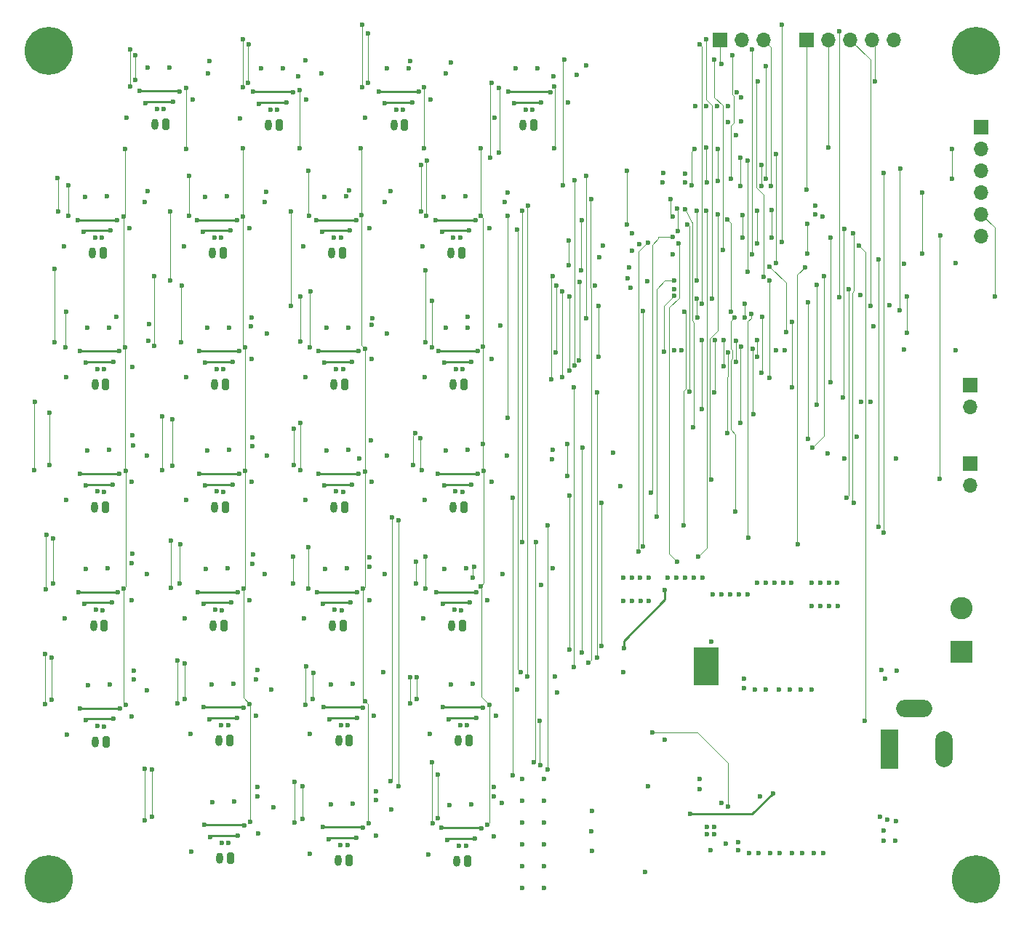
<source format=gbr>
%TF.GenerationSoftware,KiCad,Pcbnew,7.0.7*%
%TF.CreationDate,2024-01-27T11:11:08-08:00*%
%TF.ProjectId,KASM_PCB_REV1,4b41534d-5f50-4434-925f-524556312e6b,rev?*%
%TF.SameCoordinates,Original*%
%TF.FileFunction,Copper,L4,Bot*%
%TF.FilePolarity,Positive*%
%FSLAX46Y46*%
G04 Gerber Fmt 4.6, Leading zero omitted, Abs format (unit mm)*
G04 Created by KiCad (PCBNEW 7.0.7) date 2024-01-27 11:11:08*
%MOMM*%
%LPD*%
G01*
G04 APERTURE LIST*
G04 Aperture macros list*
%AMRoundRect*
0 Rectangle with rounded corners*
0 $1 Rounding radius*
0 $2 $3 $4 $5 $6 $7 $8 $9 X,Y pos of 4 corners*
0 Add a 4 corners polygon primitive as box body*
4,1,4,$2,$3,$4,$5,$6,$7,$8,$9,$2,$3,0*
0 Add four circle primitives for the rounded corners*
1,1,$1+$1,$2,$3*
1,1,$1+$1,$4,$5*
1,1,$1+$1,$6,$7*
1,1,$1+$1,$8,$9*
0 Add four rect primitives between the rounded corners*
20,1,$1+$1,$2,$3,$4,$5,0*
20,1,$1+$1,$4,$5,$6,$7,0*
20,1,$1+$1,$6,$7,$8,$9,0*
20,1,$1+$1,$8,$9,$2,$3,0*%
G04 Aperture macros list end*
%TA.AperFunction,ComponentPad*%
%ADD10RoundRect,0.200000X0.200000X0.450000X-0.200000X0.450000X-0.200000X-0.450000X0.200000X-0.450000X0*%
%TD*%
%TA.AperFunction,ComponentPad*%
%ADD11O,0.800000X1.300000*%
%TD*%
%TA.AperFunction,ComponentPad*%
%ADD12R,1.700000X1.700000*%
%TD*%
%TA.AperFunction,ComponentPad*%
%ADD13O,1.700000X1.700000*%
%TD*%
%TA.AperFunction,ComponentPad*%
%ADD14C,5.600000*%
%TD*%
%TA.AperFunction,ComponentPad*%
%ADD15C,0.600000*%
%TD*%
%TA.AperFunction,SMDPad,CuDef*%
%ADD16R,2.950000X4.500000*%
%TD*%
%TA.AperFunction,ComponentPad*%
%ADD17R,2.000000X4.600000*%
%TD*%
%TA.AperFunction,ComponentPad*%
%ADD18O,2.000000X4.200000*%
%TD*%
%TA.AperFunction,ComponentPad*%
%ADD19O,4.200000X2.000000*%
%TD*%
%TA.AperFunction,ComponentPad*%
%ADD20R,2.600000X2.600000*%
%TD*%
%TA.AperFunction,ComponentPad*%
%ADD21C,2.600000*%
%TD*%
%TA.AperFunction,ViaPad*%
%ADD22C,0.600000*%
%TD*%
%TA.AperFunction,Conductor*%
%ADD23C,0.100000*%
%TD*%
%TA.AperFunction,Conductor*%
%ADD24C,0.254000*%
%TD*%
G04 APERTURE END LIST*
D10*
%TO.P,J38,1,Pin_1*%
%TO.N,Net-(J38-Pin_1)*%
X116974726Y-88409616D03*
D11*
%TO.P,J38,2,Pin_2*%
%TO.N,Net-(J38-Pin_2)*%
X115724726Y-88409616D03*
%TD*%
D12*
%TO.P,J7,1,Pin_1*%
%TO.N,UART4_RX*%
X146735800Y-48260000D03*
D13*
%TO.P,J7,2,Pin_2*%
%TO.N,GND*%
X149275800Y-48260000D03*
%TO.P,J7,3,Pin_3*%
%TO.N,UART4_TX*%
X151815800Y-48260000D03*
%TD*%
D10*
%TO.P,J44,1,Pin_1*%
%TO.N,Net-(J44-Pin_1)*%
X89146852Y-102713200D03*
D11*
%TO.P,J44,2,Pin_2*%
%TO.N,Net-(J44-Pin_2)*%
X87896852Y-102713200D03*
%TD*%
D14*
%TO.P,H2,1,1*%
%TO.N,GND*%
X68580000Y-146050000D03*
%TD*%
D10*
%TO.P,J8,1,Pin_1*%
%TO.N,Net-(J8-Pin_1)*%
X75260474Y-130043600D03*
D11*
%TO.P,J8,2,Pin_2*%
%TO.N,Net-(J8-Pin_2)*%
X74010474Y-130043600D03*
%TD*%
D10*
%TO.P,J40,1,Pin_1*%
%TO.N,Net-(J40-Pin_1)*%
X89752063Y-143658000D03*
D11*
%TO.P,J40,2,Pin_2*%
%TO.N,Net-(J40-Pin_2)*%
X88502063Y-143658000D03*
%TD*%
D12*
%TO.P,J5,1,Pin_1*%
%TO.N,+3.3V*%
X177165000Y-58420000D03*
D13*
%TO.P,J5,2,Pin_2*%
%TO.N,DEBUG_JTCK-SWCLK*%
X177165000Y-60960000D03*
%TO.P,J5,3,Pin_3*%
%TO.N,GND*%
X177165000Y-63500000D03*
%TO.P,J5,4,Pin_4*%
%TO.N,DEBUG_JTMS-SWDIO*%
X177165000Y-66040000D03*
%TO.P,J5,5,Pin_5*%
%TO.N,/MCU/NRST*%
X177165000Y-68580000D03*
%TO.P,J5,6,Pin_6*%
%TO.N,DEBUG_JTDO-SWO*%
X177165000Y-71120000D03*
%TD*%
D15*
%TO.P,U1,9,GNDPAD*%
%TO.N,GND*%
X144526000Y-119456200D03*
X144526000Y-120656200D03*
X144526000Y-121956200D03*
X144526000Y-123056200D03*
D16*
X145126000Y-121256200D03*
D15*
X145726000Y-119456200D03*
X145726000Y-120656200D03*
X145726000Y-121956200D03*
X145726000Y-123056200D03*
%TD*%
D10*
%TO.P,J35,1,Pin_1*%
%TO.N,Net-(J35-Pin_1)*%
X110046663Y-58182600D03*
D11*
%TO.P,J35,2,Pin_2*%
%TO.N,Net-(J35-Pin_2)*%
X108796663Y-58182600D03*
%TD*%
D14*
%TO.P,H4,1,1*%
%TO.N,GND*%
X176530000Y-146050000D03*
%TD*%
D10*
%TO.P,J13,1,Pin_1*%
%TO.N,Net-(J13-Pin_1)*%
X82215863Y-58125574D03*
D11*
%TO.P,J13,2,Pin_2*%
%TO.N,Net-(J13-Pin_2)*%
X80965863Y-58125574D03*
%TD*%
D10*
%TO.P,J48,1,Pin_1*%
%TO.N,Net-(J48-Pin_1)*%
X102890863Y-116493589D03*
D11*
%TO.P,J48,2,Pin_2*%
%TO.N,Net-(J48-Pin_2)*%
X101640863Y-116493589D03*
%TD*%
D10*
%TO.P,J43,1,Pin_1*%
%TO.N,Net-(J43-Pin_1)*%
X103056852Y-102713200D03*
D11*
%TO.P,J43,2,Pin_2*%
%TO.N,Net-(J43-Pin_2)*%
X101806852Y-102713200D03*
%TD*%
D15*
%TO.P,U2,V*%
%TO.N,GND*%
X146053701Y-140792699D03*
X146053701Y-140005299D03*
X145266301Y-140792699D03*
X145266301Y-140005299D03*
%TD*%
D10*
%TO.P,J52,1,Pin_1*%
%TO.N,Net-(J52-Pin_1)*%
X89693910Y-129933600D03*
D11*
%TO.P,J52,2,Pin_2*%
%TO.N,Net-(J52-Pin_2)*%
X88443910Y-129933600D03*
%TD*%
D10*
%TO.P,J50,1,Pin_1*%
%TO.N,Net-(J50-Pin_1)*%
X95423488Y-58208000D03*
D11*
%TO.P,J50,2,Pin_2*%
%TO.N,Net-(J50-Pin_2)*%
X94173488Y-58208000D03*
%TD*%
D10*
%TO.P,J56,1,Pin_1*%
%TO.N,Net-(J56-Pin_1)*%
X88891497Y-73138994D03*
D11*
%TO.P,J56,2,Pin_2*%
%TO.N,Net-(J56-Pin_2)*%
X87641497Y-73138994D03*
%TD*%
D12*
%TO.P,J3,1,Pin_1*%
%TO.N,/MCU/CAP_SENSOR_OUT_1*%
X175900000Y-97678233D03*
D13*
%TO.P,J3,2,Pin_2*%
%TO.N,/MCU/CAP_SENSOR_RET_1*%
X175900000Y-100218233D03*
%TD*%
D10*
%TO.P,J37,1,Pin_1*%
%TO.N,Net-(J37-Pin_1)*%
X88980863Y-116493589D03*
D11*
%TO.P,J37,2,Pin_2*%
%TO.N,Net-(J37-Pin_2)*%
X87730863Y-116493589D03*
%TD*%
D10*
%TO.P,J54,1,Pin_1*%
%TO.N,Net-(J54-Pin_1)*%
X75244726Y-88409616D03*
D11*
%TO.P,J54,2,Pin_2*%
%TO.N,Net-(J54-Pin_2)*%
X73994726Y-88409616D03*
%TD*%
D10*
%TO.P,J41,1,Pin_1*%
%TO.N,Net-(J41-Pin_1)*%
X89154726Y-88409616D03*
D11*
%TO.P,J41,2,Pin_2*%
%TO.N,Net-(J41-Pin_2)*%
X87904726Y-88409616D03*
%TD*%
D10*
%TO.P,J58,1,Pin_1*%
%TO.N,Net-(J58-Pin_1)*%
X116800863Y-116493589D03*
D11*
%TO.P,J58,2,Pin_2*%
%TO.N,Net-(J58-Pin_2)*%
X115550863Y-116493589D03*
%TD*%
D10*
%TO.P,J46,1,Pin_1*%
%TO.N,Net-(J46-Pin_1)*%
X103603910Y-129933600D03*
D11*
%TO.P,J46,2,Pin_2*%
%TO.N,Net-(J46-Pin_2)*%
X102353910Y-129933600D03*
%TD*%
D12*
%TO.P,J6,1,Pin_1*%
%TO.N,SPI2_SCK*%
X156845000Y-48260000D03*
D13*
%TO.P,J6,2,Pin_2*%
%TO.N,SPI2_NSS*%
X159385000Y-48260000D03*
%TO.P,J6,3,Pin_3*%
%TO.N,SPI2_MISO*%
X161925000Y-48260000D03*
%TO.P,J6,4,Pin_4*%
%TO.N,SPI2_MOSI*%
X164465000Y-48260000D03*
%TO.P,J6,5,Pin_5*%
%TO.N,GND*%
X167005000Y-48260000D03*
%TD*%
D10*
%TO.P,J53,1,Pin_1*%
%TO.N,Net-(J53-Pin_1)*%
X116711497Y-73138994D03*
D11*
%TO.P,J53,2,Pin_2*%
%TO.N,Net-(J53-Pin_2)*%
X115461497Y-73138994D03*
%TD*%
D10*
%TO.P,J45,1,Pin_1*%
%TO.N,Net-(J45-Pin_1)*%
X103064726Y-88409616D03*
D11*
%TO.P,J45,2,Pin_2*%
%TO.N,Net-(J45-Pin_2)*%
X101814726Y-88409616D03*
%TD*%
D10*
%TO.P,J42,1,Pin_1*%
%TO.N,Net-(J42-Pin_1)*%
X75236852Y-102713200D03*
D11*
%TO.P,J42,2,Pin_2*%
%TO.N,Net-(J42-Pin_2)*%
X73986852Y-102713200D03*
%TD*%
D10*
%TO.P,J51,1,Pin_1*%
%TO.N,Net-(J51-Pin_1)*%
X117513910Y-129933600D03*
D11*
%TO.P,J51,2,Pin_2*%
%TO.N,Net-(J51-Pin_2)*%
X116263910Y-129933600D03*
%TD*%
D10*
%TO.P,J39,1,Pin_1*%
%TO.N,Net-(J39-Pin_1)*%
X75070863Y-116493589D03*
D11*
%TO.P,J39,2,Pin_2*%
%TO.N,Net-(J39-Pin_2)*%
X73820863Y-116493589D03*
%TD*%
D14*
%TO.P,H1,1,1*%
%TO.N,GND*%
X68580000Y-49530000D03*
%TD*%
D17*
%TO.P,J1,1*%
%TO.N,+12V*%
X166497000Y-130952000D03*
D18*
%TO.P,J1,2*%
%TO.N,GND*%
X172797000Y-130952000D03*
D19*
%TO.P,J1,3*%
%TO.N,unconnected-(J1-Pad3)*%
X169397000Y-126152000D03*
%TD*%
D12*
%TO.P,J4,1,Pin_1*%
%TO.N,/MCU/CAP_SENSOR_OUT_2*%
X175875000Y-88544400D03*
D13*
%TO.P,J4,2,Pin_2*%
%TO.N,/MCU/CAP_SENSOR_RET_2*%
X175875000Y-91084400D03*
%TD*%
D10*
%TO.P,J57,1,Pin_1*%
%TO.N,Net-(J57-Pin_1)*%
X102801497Y-73138994D03*
D11*
%TO.P,J57,2,Pin_2*%
%TO.N,Net-(J57-Pin_2)*%
X101551497Y-73138994D03*
%TD*%
D10*
%TO.P,J36,1,Pin_1*%
%TO.N,Net-(J36-Pin_1)*%
X103576888Y-143912000D03*
D11*
%TO.P,J36,2,Pin_2*%
%TO.N,Net-(J36-Pin_2)*%
X102326888Y-143912000D03*
%TD*%
D10*
%TO.P,J59,1,Pin_1*%
%TO.N,Net-(J59-Pin_1)*%
X125104926Y-58182600D03*
D11*
%TO.P,J59,2,Pin_2*%
%TO.N,Net-(J59-Pin_2)*%
X123854926Y-58182600D03*
%TD*%
D14*
%TO.P,H3,1,1*%
%TO.N,GND*%
X176530000Y-49530000D03*
%TD*%
D10*
%TO.P,J55,1,Pin_1*%
%TO.N,Net-(J55-Pin_1)*%
X74981497Y-73138994D03*
D11*
%TO.P,J55,2,Pin_2*%
%TO.N,Net-(J55-Pin_2)*%
X73731497Y-73138994D03*
%TD*%
D10*
%TO.P,J49,1,Pin_1*%
%TO.N,Net-(J49-Pin_1)*%
X116966852Y-102713200D03*
D11*
%TO.P,J49,2,Pin_2*%
%TO.N,Net-(J49-Pin_2)*%
X115716852Y-102713200D03*
%TD*%
D20*
%TO.P,J2,1,Pin_1*%
%TO.N,+12V*%
X174853800Y-119562800D03*
D21*
%TO.P,J2,2,Pin_2*%
%TO.N,GND*%
X174853800Y-114482800D03*
%TD*%
D10*
%TO.P,J47,1,Pin_1*%
%TO.N,Net-(J47-Pin_1)*%
X117361863Y-143989555D03*
D11*
%TO.P,J47,2,Pin_2*%
%TO.N,Net-(J47-Pin_2)*%
X116111863Y-143989555D03*
%TD*%
D22*
%TO.N,GND*%
X161239200Y-97078800D03*
X167335200Y-121742200D03*
%TO.N,Net-(U2-VSENSE)*%
X138887200Y-128981200D03*
%TO.N,GND*%
X165836600Y-141605000D03*
X167182800Y-141605000D03*
X166243000Y-139166600D03*
X165836600Y-140385800D03*
X167259000Y-139319000D03*
X165354000Y-138811000D03*
X92913200Y-136448800D03*
X84578789Y-101900400D03*
X99035847Y-129120800D03*
X167213600Y-97023233D03*
X120401938Y-141068555D03*
X127787400Y-124282200D03*
X91953938Y-113572589D03*
X157657800Y-143075400D03*
X80162400Y-65913000D03*
X70676663Y-87596816D03*
X87153337Y-52181974D03*
X105923938Y-70217994D03*
X114696600Y-109914989D03*
X115468400Y-50927000D03*
X158775400Y-143075400D03*
X92760800Y-122834400D03*
X149555200Y-123850400D03*
X102615226Y-71361038D03*
X138474800Y-110972600D03*
X153695400Y-143075400D03*
X150139400Y-143024600D03*
X137503000Y-113665000D03*
X73132589Y-96134600D03*
X138074400Y-145209000D03*
X74795226Y-71361038D03*
X70668789Y-101900400D03*
X92207938Y-99792200D03*
X159454600Y-114249200D03*
X135509000Y-121945400D03*
X72877234Y-66560394D03*
X78384400Y-94386400D03*
X131826000Y-138147800D03*
X143891000Y-56032400D03*
X142697200Y-64922400D03*
X115409647Y-123355000D03*
X88705226Y-71361038D03*
X108407200Y-65913000D03*
X164592000Y-81686400D03*
X89565792Y-141880044D03*
X121961412Y-96744200D03*
X131800600Y-140484600D03*
X84586663Y-87596816D03*
X144370800Y-134366000D03*
X101472625Y-137333400D03*
X112232800Y-115680789D03*
X98322800Y-115680789D03*
X114862589Y-96134600D03*
X135503000Y-113665000D03*
X145745200Y-118389400D03*
X141401800Y-84455000D03*
X92715938Y-127012600D03*
X127228600Y-97155000D03*
X148869400Y-141805400D03*
X147726400Y-56007000D03*
X125958600Y-111752600D03*
X103390617Y-142134044D03*
X124918655Y-56404644D03*
X80035401Y-110511000D03*
X102870581Y-100935244D03*
X107543600Y-121940200D03*
X106195018Y-81518932D03*
X158454600Y-114249200D03*
X152095200Y-123977400D03*
X77647800Y-57312774D03*
X114870463Y-81831016D03*
X70692411Y-129230800D03*
X121158000Y-81534000D03*
X120147938Y-85488616D03*
X149199600Y-54965600D03*
X136169400Y-74752200D03*
X89507639Y-128155644D03*
X156159200Y-123977400D03*
X93319225Y-51629400D03*
X159263400Y-96464433D03*
X138503000Y-113665000D03*
X84412800Y-115680789D03*
X100786600Y-109914989D03*
X109860392Y-56404644D03*
X165557200Y-121691400D03*
X138303000Y-76377800D03*
X147447000Y-141957800D03*
X94782567Y-137666645D03*
X106685938Y-140991000D03*
X137474800Y-110972600D03*
X73140463Y-81831016D03*
X116614592Y-114715633D03*
X107754967Y-67178600D03*
X98557938Y-55270400D03*
X153619200Y-123977400D03*
X93929200Y-65989200D03*
X87299800Y-50749200D03*
X116788455Y-86631660D03*
X87050463Y-81831016D03*
X100697234Y-66560394D03*
X117327639Y-128155644D03*
X78282800Y-109270800D03*
X107956812Y-96744200D03*
X131191000Y-51257200D03*
X99008825Y-143099200D03*
X94003012Y-96744200D03*
X157454600Y-114249200D03*
X93750367Y-67178600D03*
X97612200Y-52552600D03*
X121683367Y-67178600D03*
X164292600Y-90470033D03*
X85125847Y-129120800D03*
X121374738Y-137160000D03*
X98233434Y-72326194D03*
X80023812Y-96744200D03*
X88960581Y-100935244D03*
X146405600Y-56032400D03*
X70413434Y-72326194D03*
X174218600Y-74320400D03*
X120655938Y-127000000D03*
X78237938Y-99792200D03*
X132740400Y-73583800D03*
X100952589Y-96134600D03*
X88794592Y-114715633D03*
X101499647Y-123355000D03*
X136474800Y-110972600D03*
X105963112Y-109651800D03*
X121441601Y-110511000D03*
X84323434Y-72326194D03*
X85349937Y-55204574D03*
X117175592Y-142211599D03*
X135991600Y-76047600D03*
X120437500Y-136398000D03*
X145669000Y-142694400D03*
X112945847Y-129120800D03*
X92125800Y-81610200D03*
X152577800Y-143075400D03*
X114607234Y-66560394D03*
X106177938Y-85488616D03*
X105478600Y-57369800D03*
X157426400Y-111556800D03*
X131826000Y-142821400D03*
X120536863Y-57369800D03*
X80324100Y-81432400D03*
X112143434Y-72326194D03*
X102878455Y-86631660D03*
X79796567Y-67153200D03*
X100960463Y-81831016D03*
X107942400Y-51604000D03*
X92329000Y-109296200D03*
X80191738Y-83340784D03*
X135474800Y-110972600D03*
X104749600Y-97053400D03*
X98488789Y-101900400D03*
X159426400Y-111556800D03*
X70502800Y-115680789D03*
X149555200Y-122707400D03*
X154889200Y-123977400D03*
X100350176Y-52222400D03*
X112406663Y-87596816D03*
X94522754Y-123973000D03*
X78388338Y-86385400D03*
X92278200Y-95656400D03*
X86787234Y-66560394D03*
X108505792Y-137945582D03*
X136503000Y-113665000D03*
X92207938Y-85488616D03*
X148869400Y-142669000D03*
X80111600Y-51546974D03*
X116525226Y-71361038D03*
X75050581Y-100935244D03*
X123000663Y-51604000D03*
X166446200Y-79222600D03*
X157810200Y-68580000D03*
X102704592Y-114715633D03*
X140335000Y-129842000D03*
X115257600Y-137410955D03*
X119639938Y-113572589D03*
X158673800Y-68834000D03*
X80076390Y-124074600D03*
X78486000Y-122834400D03*
X157429200Y-123977400D03*
X136347200Y-77165200D03*
X158426400Y-111556800D03*
X135153400Y-100253800D03*
X95237217Y-56430044D03*
X150825200Y-123977400D03*
X142722600Y-63830200D03*
X130096200Y-52324000D03*
X98496663Y-87596816D03*
X153314400Y-84455000D03*
X85184000Y-142845200D03*
X90855425Y-57395200D03*
X91953938Y-70217994D03*
X88968455Y-86631660D03*
X87042589Y-96134600D03*
X145161000Y-56032400D03*
X112793800Y-143176755D03*
X87589647Y-123355000D03*
X92969938Y-140716000D03*
X165938200Y-122732800D03*
X75058455Y-86631660D03*
X93995138Y-82469400D03*
X133121400Y-72212200D03*
X93762601Y-110511000D03*
X160454600Y-114249200D03*
X119893938Y-70217994D03*
X117373400Y-80534100D03*
X86876600Y-109914989D03*
X107999738Y-82469400D03*
X114835400Y-52213600D03*
X87647800Y-137079400D03*
X146910800Y-137160000D03*
X105923938Y-113572589D03*
X168198800Y-74345800D03*
X155168600Y-143075400D03*
X137342944Y-72063100D03*
X107741801Y-110511000D03*
X77983938Y-70217994D03*
X122072400Y-66040000D03*
X78235938Y-113572589D03*
X151384000Y-136471400D03*
X156286200Y-143075400D03*
X141427200Y-77292200D03*
X120147938Y-99792200D03*
X138404600Y-135277600D03*
X75074203Y-128265644D03*
X73156211Y-123465000D03*
X106431938Y-127000000D03*
X72966600Y-109914989D03*
X160426400Y-111556800D03*
X78237938Y-127122600D03*
X74884592Y-114715633D03*
X112398789Y-101900400D03*
X82029592Y-56347618D03*
X116780581Y-100935244D03*
X151257000Y-143024600D03*
X106680000Y-136880600D03*
X123155300Y-124002800D03*
X144414204Y-135582072D03*
X113035937Y-55261600D03*
X103417639Y-128155644D03*
X148742400Y-54406800D03*
X106177938Y-99792200D03*
X129057400Y-55575200D03*
%TO.N,REF*%
X104902000Y-60892600D03*
X77513791Y-84094127D03*
X118865416Y-111982629D03*
X128955800Y-95377000D03*
X105826985Y-139570996D03*
X84582000Y-60960000D03*
X77548110Y-98461843D03*
X105413612Y-98550434D03*
X105455760Y-125322679D03*
X97800980Y-54098142D03*
X92012088Y-125693553D03*
X112268000Y-60892600D03*
X77552552Y-125760828D03*
X77339951Y-112177572D03*
X119278539Y-98461951D03*
X119183548Y-84020513D03*
X91186000Y-60892600D03*
X119888000Y-125730000D03*
X97790000Y-60892600D03*
X77470000Y-60960000D03*
X119644551Y-139692769D03*
X92048322Y-139381682D03*
X127477152Y-53714494D03*
X91273075Y-112211024D03*
X118872000Y-60892600D03*
X91488663Y-98518701D03*
X84582000Y-53848000D03*
X105201695Y-112240895D03*
X91440000Y-84074000D03*
X105433850Y-84278196D03*
X105000259Y-68739265D03*
X118941928Y-68774109D03*
X91186000Y-68834000D03*
X112288440Y-53831263D03*
X127440600Y-60892600D03*
X77293447Y-68888776D03*
X119183548Y-95357300D03*
X128955800Y-99060000D03*
%TO.N,+1V8*%
X126238000Y-139446000D03*
X123698000Y-134366000D03*
X106146600Y-94945200D03*
X87906063Y-71337749D03*
X78409800Y-95529400D03*
X115726063Y-71337749D03*
X78511400Y-121793000D03*
X103492589Y-96083800D03*
X125540663Y-51553200D03*
X123698000Y-147066000D03*
X101905429Y-114692344D03*
X123698000Y-141986000D03*
X115981418Y-100911955D03*
X116376429Y-142188310D03*
X120437500Y-135356600D03*
X90187800Y-137028600D03*
X88766629Y-141856755D03*
X82651600Y-51496174D03*
X117410463Y-81780216D03*
X94438054Y-56406755D03*
X123698000Y-144526000D03*
X102591454Y-142110755D03*
X127508000Y-122478800D03*
X92887800Y-121666000D03*
X90129647Y-123304200D03*
X95859225Y-51578600D03*
X76504800Y-80534100D03*
X88169292Y-86608371D03*
X127254000Y-96062800D03*
X103555800Y-65786000D03*
X74259292Y-86608371D03*
X102079292Y-86608371D03*
X106680000Y-135839200D03*
X117797600Y-137360155D03*
X75672589Y-96083800D03*
X75680463Y-81780216D03*
X74275040Y-128242355D03*
X92938600Y-135331200D03*
X110693200Y-50774600D03*
X74085429Y-114692344D03*
X123698000Y-136906000D03*
X88161418Y-100911955D03*
X126238000Y-134366000D03*
X89590463Y-81780216D03*
X92202000Y-80594200D03*
X102071418Y-100911955D03*
X117236600Y-109864189D03*
X106248200Y-80721200D03*
X117147234Y-66509594D03*
X81230429Y-56324329D03*
X89582589Y-96083800D03*
X101816063Y-71337749D03*
X126238000Y-136906000D03*
X98501200Y-50673000D03*
X116528476Y-128132355D03*
X75417234Y-66509594D03*
X74251418Y-100911955D03*
X75506600Y-109864189D03*
X126238000Y-147066000D03*
X126238000Y-144526000D03*
X104012625Y-137282600D03*
X126238000Y-141986000D03*
X89327234Y-66509594D03*
X124119492Y-56381355D03*
X88708476Y-128132355D03*
X78333600Y-108153200D03*
X75696211Y-123414200D03*
X109061229Y-56381355D03*
X92278200Y-94615000D03*
X115815429Y-114692344D03*
X104039647Y-123304200D03*
X87995429Y-114692344D03*
X117949647Y-123304200D03*
X103500463Y-81780216D03*
X92430600Y-108229400D03*
X115989292Y-86608371D03*
X105963112Y-108559600D03*
X117402589Y-96083800D03*
X110482400Y-51553200D03*
X127279400Y-109822200D03*
X89416600Y-109864189D03*
X102618476Y-128132355D03*
X123698000Y-139446000D03*
X73996063Y-71337749D03*
X127406400Y-52501800D03*
X103237234Y-66509594D03*
X103326600Y-109864189D03*
%TO.N,+3.3V*%
X142265400Y-84455000D03*
X148936200Y-112877600D03*
X149936200Y-112877600D03*
X143690600Y-110972600D03*
X145936200Y-112877600D03*
X154092400Y-111556800D03*
X162692400Y-94559433D03*
X157835600Y-67614800D03*
X151092400Y-111556800D03*
X140106400Y-64922400D03*
X146936200Y-112877600D03*
X140335000Y-112344200D03*
X136499600Y-70789800D03*
X141690600Y-110972600D03*
X140690600Y-110972600D03*
X134355600Y-96397000D03*
X153092400Y-111556800D03*
X132232400Y-76936600D03*
X155092400Y-111556800D03*
X174193200Y-84404200D03*
X163068000Y-78003400D03*
X148615400Y-59385200D03*
X140157200Y-63804800D03*
X149174200Y-57759600D03*
X163149600Y-90444633D03*
X135559800Y-119151400D03*
X154279600Y-84455000D03*
X136525000Y-72872600D03*
X152092400Y-111556800D03*
X142690600Y-110972600D03*
X147701000Y-57886600D03*
X147936200Y-112877600D03*
X168198800Y-84378800D03*
X141274800Y-73304400D03*
X144690600Y-110972600D03*
%TO.N,/MCU/NRST*%
X168529000Y-78181200D03*
X168478200Y-82372200D03*
X178739800Y-78206600D03*
X154457400Y-82296000D03*
X152476200Y-74736100D03*
%TO.N,DEBUG_JTCK-SWCLK*%
X173736000Y-64439800D03*
X173736000Y-61010800D03*
%TO.N,DEBUG_JTMS-SWDIO*%
X156895800Y-69732300D03*
X170332400Y-73152000D03*
X170332400Y-66065400D03*
X156895800Y-73152000D03*
%TO.N,DEBUG_JTDO-SWO*%
X172339000Y-99466400D03*
X146516500Y-68605400D03*
X145752500Y-99491800D03*
X172389800Y-71094600D03*
%TO.N,SPI2_SCK*%
X156870400Y-65760600D03*
X149421400Y-68681600D03*
X152739500Y-68097400D03*
X152739500Y-71297800D03*
X149421400Y-71323200D03*
%TO.N,SPI2_NSS*%
X146481800Y-60960000D03*
X159410400Y-60807600D03*
X146516500Y-64719200D03*
%TO.N,SPI2_MISO*%
X164249100Y-79273400D03*
%TO.N,SPI2_MOSI*%
X151861774Y-75858116D03*
X164798600Y-53111400D03*
X151155400Y-53136800D03*
%TO.N,UART4_RX*%
X146888200Y-51079400D03*
X152121825Y-64467133D03*
X152120600Y-51358800D03*
%TO.N,UART4_TX*%
X152674300Y-65278000D03*
%TO.N,Net-(J35-Pin_1)*%
X107028000Y-54296400D03*
X111669864Y-54337788D03*
%TO.N,Net-(J13-Pin_1)*%
X79197200Y-54239374D03*
X83839064Y-54280762D03*
%TO.N,Net-(U2-EN)*%
X143289900Y-138503400D03*
X152908000Y-136090400D03*
%TO.N,Net-(U2-VSENSE)*%
X147701000Y-137614400D03*
%TO.N,ADC1_INP4*%
X144653000Y-91313000D03*
X144627600Y-83286600D03*
%TO.N,ADC1_INP5*%
X146126200Y-83286600D03*
X146100800Y-89331800D03*
%TO.N,Net-(U5-SENSEA)*%
X83083400Y-55483974D03*
X79883000Y-55636374D03*
%TO.N,Net-(U12-SENSEA)*%
X107713800Y-55693400D03*
X110914200Y-55541000D03*
%TO.N,/MCU/BOOT0*%
X167716200Y-63271400D03*
X167640000Y-79756000D03*
%TO.N,I2C4_SDA*%
X143441338Y-65214740D03*
X143794544Y-60980256D03*
%TO.N,I2C4_SCL*%
X145161000Y-60858400D03*
X145237200Y-64922400D03*
%TO.N,TIM1_CH3_PHASE*%
X83896200Y-107061000D03*
X123748800Y-106758116D03*
X123748800Y-68217100D03*
X83870800Y-111607600D03*
%TO.N,TIM1_CH4_PHASE*%
X83007200Y-97866200D03*
X122021600Y-92347100D03*
X122021600Y-68808600D03*
X83007200Y-92481400D03*
%TO.N,TIM2_CH1_PHASE*%
X112471200Y-75133200D03*
X130632200Y-69316600D03*
X112475227Y-83544627D03*
X130606800Y-75107800D03*
%TO.N,TIM15_CH1*%
X98856800Y-63500000D03*
X98882200Y-68823505D03*
X135915400Y-69773800D03*
X135915400Y-63500000D03*
%TO.N,TIM15_CH2*%
X110718600Y-125628400D03*
X110655697Y-122580400D03*
X123164600Y-70358000D03*
X123520200Y-121940700D03*
%TO.N,TIM4_CH4_PHASE*%
X113868200Y-138998100D03*
X113919000Y-133883400D03*
X138734800Y-101041200D03*
X141224000Y-71272400D03*
X122605800Y-133934200D03*
X122605800Y-101650800D03*
%TO.N,TIM5_CH2_PHASE*%
X69316600Y-74930000D03*
X129184400Y-74574400D03*
X69316600Y-83540600D03*
X129159000Y-71628000D03*
%TO.N,TIM5_CH3_PHASE*%
X97053400Y-111633000D03*
X137261600Y-107899200D03*
X97028000Y-108483400D03*
X138353800Y-71899300D03*
%TO.N,TIM2_CH1*%
X113207800Y-84094127D03*
X113207800Y-78723900D03*
%TO.N,TIM5_CH2*%
X70612000Y-79984600D03*
X70535800Y-84124800D03*
%TO.N,TIM5_CH3*%
X137811100Y-79844500D03*
X98806000Y-112178100D03*
X98831400Y-107393200D03*
X137811100Y-107307616D03*
%TO.N,TIM13_CH1*%
X131191000Y-64109600D03*
X131216400Y-80721200D03*
X84988400Y-68823505D03*
X84963000Y-64109600D03*
%TO.N,TIM14_CH1*%
X91236800Y-48183800D03*
X91230579Y-53802880D03*
X145161000Y-48209200D03*
X145796000Y-78409800D03*
X144061500Y-78409800D03*
X144094200Y-80670400D03*
%TO.N,TIM8_CH4_PHASE*%
X69672200Y-68275200D03*
X129794000Y-64659100D03*
X129813720Y-86213821D03*
X69646800Y-64389000D03*
X147142200Y-83261200D03*
X147142200Y-86316500D03*
%TO.N,TIM12_CH2_PHASE*%
X111277400Y-94132400D03*
X111005411Y-97848211D03*
X147599400Y-94132400D03*
X147691700Y-84658200D03*
%TO.N,TIM1_CH1*%
X148444873Y-80658091D03*
X148539200Y-103251000D03*
X108585000Y-103886000D03*
X108381800Y-134645400D03*
X97256600Y-139496800D03*
X97205800Y-134721600D03*
%TO.N,TIM13_CH1_PHASE*%
X82778600Y-76352400D03*
X130352800Y-85623400D03*
X130378200Y-76454000D03*
X148615400Y-83312000D03*
X82727800Y-68275200D03*
X148615400Y-85766500D03*
%TO.N,TIM1_CH2*%
X149174200Y-84048600D03*
X97942400Y-92932900D03*
X97891600Y-98397711D03*
X149123400Y-92938600D03*
%TO.N,TIM14_CH1_PHASE*%
X149631400Y-79019400D03*
X149631400Y-80670400D03*
X91821000Y-53263800D03*
X144399000Y-48810500D03*
X91871800Y-48793400D03*
X144627600Y-78994000D03*
%TO.N,TIM1_CH3*%
X150368000Y-80238600D03*
X82854800Y-112141000D03*
X150063200Y-106248200D03*
X82854800Y-106654600D03*
%TO.N,TIM1_CH4*%
X81838800Y-92176600D03*
X81838800Y-98374200D03*
X150555100Y-84251800D03*
X150622000Y-91922600D03*
%TO.N,TIM15_CH1_PHASE*%
X132613400Y-79273400D03*
X151104600Y-83286600D03*
X132613400Y-85217000D03*
X96799400Y-79273400D03*
X96799400Y-68275200D03*
X151104600Y-85217000D03*
%TO.N,TIM4_CH1_PHASE*%
X97866200Y-83388200D03*
X97866200Y-78206600D03*
X151561800Y-87096600D03*
X129235200Y-78155800D03*
X129260600Y-86791800D03*
X151663400Y-80543400D03*
%TO.N,TIM4_CH2_PHASE*%
X99415600Y-122047000D03*
X155143200Y-81127600D03*
X129768600Y-88729500D03*
X155168600Y-88782300D03*
X129768600Y-121386600D03*
X99339400Y-125120400D03*
%TO.N,TIM12_CH2*%
X156997400Y-94767400D03*
X111887000Y-94681900D03*
X156997400Y-78841600D03*
X112039400Y-98397711D03*
%TO.N,HRTIM_CHC1_PHASE*%
X160680400Y-47269400D03*
X105765600Y-53314600D03*
X160629600Y-78282800D03*
X105765600Y-47498000D03*
%TO.N,HRTIM_CHC2_PHASE*%
X140258800Y-84607400D03*
X141427200Y-78130400D03*
X127685800Y-76901900D03*
X127660400Y-84709000D03*
X84099400Y-76901900D03*
X84048600Y-83540600D03*
%TO.N,HRTIM_CHD1_PHASE*%
X68961000Y-120218200D03*
X68961000Y-125145800D03*
X161772600Y-77317600D03*
X161493200Y-101625400D03*
X129219100Y-101346000D03*
X129216802Y-119353722D03*
%TO.N,HRTIM_CHD2_PHASE*%
X157988000Y-90763500D03*
X157988000Y-76835000D03*
X68656200Y-91744800D03*
X68656200Y-97840800D03*
%TO.N,TIM4_CH1*%
X128422400Y-77597000D03*
X152501600Y-87630000D03*
X128422400Y-87553800D03*
X99085400Y-77597000D03*
X152527000Y-76301600D03*
X99009200Y-84094127D03*
%TO.N,LPTIM1_OUT*%
X130733800Y-95783400D03*
X158877000Y-75819000D03*
X83616800Y-125552200D03*
X157535900Y-95758000D03*
X83616800Y-120599200D03*
X130708400Y-119694100D03*
%TO.N,TIM4_CH3*%
X112573749Y-68823505D03*
X149987000Y-75285600D03*
X149970900Y-62340900D03*
X112648768Y-62340900D03*
%TO.N,TIM4_CH4*%
X155803600Y-107010200D03*
X156641800Y-74795000D03*
X125091153Y-132473533D03*
X113284000Y-139547600D03*
X113207800Y-132475100D03*
X125298200Y-106757616D03*
%TO.N,HRTIM_CHA1*%
X153314400Y-74295000D03*
X153289000Y-61544200D03*
X121056400Y-61442600D03*
X121031000Y-53867111D03*
%TO.N,HRTIM_CHA2*%
X68275200Y-112318800D03*
X68351400Y-105968800D03*
X165227000Y-73863200D03*
X165236300Y-105058918D03*
%TO.N,HRTIM_CHB1*%
X150520400Y-73279000D03*
X78105000Y-49352200D03*
X150520400Y-49352200D03*
X78105000Y-53670200D03*
%TO.N,TIM8_CH4*%
X128473200Y-65208600D03*
X146100800Y-50587500D03*
X128600200Y-50587500D03*
X147066000Y-72796400D03*
X70866000Y-68823505D03*
X70916800Y-65208600D03*
%TO.N,HRTIM_CHB2*%
X125831600Y-132775100D03*
X79781400Y-133197600D03*
X162915600Y-72263000D03*
X79806800Y-139192000D03*
X125780800Y-127584200D03*
X163626800Y-127609600D03*
%TO.N,HRTIM_CHC1*%
X153949400Y-46507400D03*
X153949400Y-71805800D03*
X105079800Y-46482000D03*
X105079800Y-53822600D03*
%TO.N,HRTIM_CHC2*%
X159639000Y-71297800D03*
X159639000Y-88188800D03*
X127254000Y-75768200D03*
X127127000Y-87858600D03*
X80899000Y-75844400D03*
X80873600Y-83972400D03*
%TO.N,HRTIM_CHD1*%
X162331400Y-102184200D03*
X132985100Y-102235000D03*
X68173600Y-125653800D03*
X162255200Y-70815200D03*
X68224400Y-119811800D03*
X132985100Y-118897400D03*
%TO.N,HRTIM_CHD2*%
X161229900Y-70281800D03*
X66979800Y-90474800D03*
X161076419Y-89926381D03*
X66954400Y-98425000D03*
%TO.N,TIM4_CH3_PHASE*%
X151575300Y-65278000D03*
X111963200Y-62890400D03*
X111937800Y-68275200D03*
X151572325Y-62890400D03*
%TO.N,TIM15_CH2_PHASE*%
X141759725Y-67916367D03*
X124409200Y-67564000D03*
X141808200Y-70586600D03*
X111455200Y-125069600D03*
X111455200Y-122580400D03*
X124282200Y-122428000D03*
%TO.N,TIM16_CH1_PHASE*%
X111379000Y-111582200D03*
X111404400Y-109042200D03*
X151069900Y-72034400D03*
X141935200Y-71983600D03*
X151069900Y-68148200D03*
X141757400Y-109042200D03*
%TO.N,LPTIM1_OUT_PHASE*%
X132486400Y-89331800D03*
X84455000Y-125069600D03*
X84455000Y-120954800D03*
X143179800Y-89306400D03*
X132435600Y-120243600D03*
X142962000Y-69773800D03*
%TO.N,HRTIM_CHA1_PHASE*%
X149123400Y-62001400D03*
X119986863Y-61998663D03*
X120142000Y-53289200D03*
X149148800Y-65303400D03*
%TO.N,HRTIM_CHA2_PHASE*%
X165811200Y-63804800D03*
X69088000Y-111633000D03*
X69113400Y-106349800D03*
X165785800Y-105664000D03*
%TO.N,HRTIM_CHB1_PHASE*%
X148183600Y-50038000D03*
X148056600Y-64465200D03*
X78663800Y-50063400D03*
X78663800Y-52908200D03*
%TO.N,HRTIM_CHB2_PHASE*%
X147624800Y-69224300D03*
X80619600Y-133324600D03*
X142630300Y-79933800D03*
X142544800Y-104848700D03*
X80619600Y-138760200D03*
X126669800Y-133324600D03*
X126695200Y-104848700D03*
X148056600Y-79959200D03*
%TO.N,TIM4_CH2*%
X98501200Y-125730000D03*
X131749800Y-66852800D03*
X131445000Y-120827800D03*
X141249300Y-68859400D03*
X140975300Y-66852800D03*
X98552000Y-121234200D03*
%TO.N,TIM16_CH1*%
X145186400Y-68224400D03*
X112445800Y-112178100D03*
X112445800Y-108492700D03*
X144221200Y-108483400D03*
%TO.N,TIM1_CH1_PHASE*%
X109347000Y-104241600D03*
X98120200Y-139039600D03*
X98120200Y-135204200D03*
X144061000Y-76344500D03*
X109347000Y-135204200D03*
X139369800Y-103860600D03*
X144061500Y-68199000D03*
X141436500Y-76352400D03*
%TO.N,TIM1_CH2_PHASE*%
X97104200Y-97840800D03*
X142697200Y-68046600D03*
X97104200Y-93599000D03*
X143662400Y-93446600D03*
%TO.N,Net-(J8-Pin_1)*%
X76883675Y-126198788D03*
X72241811Y-126157400D03*
%TO.N,Net-(J36-Pin_1)*%
X105200089Y-140067188D03*
X100558225Y-140025800D03*
%TO.N,Net-(U7-SENSEA)*%
X76128011Y-127402000D03*
X72927611Y-127554400D03*
%TO.N,Net-(U34-SENSEA)*%
X101244025Y-141422800D03*
X104444425Y-141270400D03*
%TO.N,Net-(J37-Pin_1)*%
X85962200Y-112607389D03*
X90604064Y-112648777D03*
%TO.N,Net-(J38-Pin_1)*%
X118597927Y-84564804D03*
X113956063Y-84523416D03*
%TO.N,Net-(J39-Pin_1)*%
X76694064Y-112648777D03*
X72052200Y-112607389D03*
%TO.N,Net-(J40-Pin_1)*%
X91375264Y-139813188D03*
X86733400Y-139771800D03*
%TO.N,Net-(J41-Pin_1)*%
X90777927Y-84564804D03*
X86136063Y-84523416D03*
%TO.N,Net-(J42-Pin_1)*%
X72218189Y-98827000D03*
X76860053Y-98868388D03*
%TO.N,Net-(J43-Pin_1)*%
X104680053Y-98868388D03*
X100038189Y-98827000D03*
%TO.N,Net-(J44-Pin_1)*%
X86128189Y-98827000D03*
X90770053Y-98868388D03*
%TO.N,Net-(J45-Pin_1)*%
X100046063Y-84523416D03*
X104687927Y-84564804D03*
%TO.N,Net-(J46-Pin_1)*%
X100585247Y-126047400D03*
X105227111Y-126088788D03*
%TO.N,Net-(J47-Pin_1)*%
X118985064Y-140144743D03*
X114343200Y-140103355D03*
%TO.N,Net-(J48-Pin_1)*%
X99872200Y-112607389D03*
X104514064Y-112648777D03*
%TO.N,Net-(J49-Pin_1)*%
X118590053Y-98868388D03*
X113948189Y-98827000D03*
%TO.N,Net-(J50-Pin_1)*%
X97046689Y-54363188D03*
X92404825Y-54321800D03*
%TO.N,Net-(J51-Pin_1)*%
X114495247Y-126047400D03*
X119137111Y-126088788D03*
%TO.N,Net-(J52-Pin_1)*%
X91317111Y-126088788D03*
X86675247Y-126047400D03*
%TO.N,Net-(J53-Pin_1)*%
X113692834Y-69252794D03*
X118334698Y-69294182D03*
%TO.N,Net-(J54-Pin_1)*%
X72226063Y-84523416D03*
X76867927Y-84564804D03*
%TO.N,Net-(J55-Pin_1)*%
X71962834Y-69252794D03*
X76604698Y-69294182D03*
%TO.N,Net-(J56-Pin_1)*%
X85872834Y-69252794D03*
X90514698Y-69294182D03*
%TO.N,Net-(J57-Pin_1)*%
X99782834Y-69252794D03*
X104424698Y-69294182D03*
%TO.N,Net-(J58-Pin_1)*%
X118424064Y-112648777D03*
X113782200Y-112607389D03*
%TO.N,Net-(U35-SENSEA)*%
X86648000Y-114004389D03*
X89848400Y-113851989D03*
%TO.N,Net-(U36-SENSEA)*%
X117842263Y-85768016D03*
X114641863Y-85920416D03*
%TO.N,Net-(U37-SENSEA)*%
X72738000Y-114004389D03*
X75938400Y-113851989D03*
%TO.N,Net-(U38-SENSEA)*%
X90619600Y-141016400D03*
X87419200Y-141168800D03*
%TO.N,Net-(U39-SENSEA)*%
X90022263Y-85768016D03*
X86821863Y-85920416D03*
%TO.N,Net-(U40-SENSEA)*%
X72903989Y-100224000D03*
X76104389Y-100071600D03*
%TO.N,Net-(U41-SENSEA)*%
X103924389Y-100071600D03*
X100723989Y-100224000D03*
%TO.N,Net-(U42-SENSEA)*%
X86813989Y-100224000D03*
X90014389Y-100071600D03*
%TO.N,Net-(U43-SENSEA)*%
X100731863Y-85920416D03*
X103932263Y-85768016D03*
%TO.N,Net-(U44-SENSEA)*%
X104471447Y-127292000D03*
X101271047Y-127444400D03*
%TO.N,Net-(U45-SENSEA)*%
X118229400Y-141347955D03*
X115029000Y-141500355D03*
%TO.N,Net-(U46-SENSEA)*%
X100558000Y-114004389D03*
X103758400Y-113851989D03*
%TO.N,Net-(U47-SENSEA)*%
X117834389Y-100071600D03*
X114633989Y-100224000D03*
%TO.N,Net-(U48-SENSEA)*%
X93090625Y-55718800D03*
X96291025Y-55566400D03*
%TO.N,Net-(U49-SENSEA)*%
X115181047Y-127444400D03*
X118381447Y-127292000D03*
%TO.N,Net-(U50-SENSEA)*%
X90561447Y-127292000D03*
X87361047Y-127444400D03*
%TO.N,Net-(U51-SENSEA)*%
X114378634Y-70649794D03*
X117579034Y-70497394D03*
%TO.N,Net-(U52-SENSEA)*%
X76112263Y-85768016D03*
X72911863Y-85920416D03*
%TO.N,Net-(U53-SENSEA)*%
X72648634Y-70649794D03*
X75849034Y-70497394D03*
%TO.N,Net-(U54-SENSEA)*%
X89759034Y-70497394D03*
X86558634Y-70649794D03*
%TO.N,Net-(U55-SENSEA)*%
X103669034Y-70497394D03*
X100468634Y-70649794D03*
%TO.N,Net-(U56-SENSEA)*%
X117668400Y-113851989D03*
X114468000Y-114004389D03*
%TO.N,Net-(J59-Pin_1)*%
X122086263Y-54296400D03*
X127000000Y-54356000D03*
%TO.N,Net-(U57-SENSEA)*%
X125972463Y-55541000D03*
X122772063Y-55693400D03*
%TO.N,/Drivers/TIM16_CH1/EN*%
X117932200Y-110947200D03*
X118160800Y-109651800D03*
%TD*%
D23*
%TO.N,Net-(U2-VSENSE)*%
X147701000Y-132534400D02*
X147701000Y-137614400D01*
X144147800Y-128981200D02*
X147701000Y-132534400D01*
X138887200Y-128981200D02*
X144147800Y-128981200D01*
%TO.N,REF*%
X105413612Y-112028978D02*
X105201695Y-112240895D01*
X118865416Y-111982629D02*
X118974064Y-112091277D01*
X77339951Y-125548227D02*
X77552552Y-125760828D01*
X77513791Y-84094127D02*
X77513791Y-98427524D01*
X119278539Y-111569506D02*
X118865416Y-111982629D01*
X118974064Y-112091277D02*
X118974064Y-124816064D01*
X105201695Y-125068614D02*
X105455760Y-125322679D01*
X105000259Y-83844605D02*
X105433850Y-84278196D01*
X119888000Y-139449320D02*
X119644551Y-139692769D01*
X77548110Y-98461843D02*
X77548110Y-111969413D01*
X92012088Y-125693553D02*
X92048322Y-125729787D01*
X91440000Y-98470038D02*
X91488663Y-98518701D01*
X91186000Y-68834000D02*
X91186000Y-60892600D01*
X119183548Y-69015729D02*
X119183548Y-84020513D01*
X112288440Y-60872160D02*
X112268000Y-60892600D01*
X128955800Y-95377000D02*
X128955800Y-99060000D01*
X118941928Y-68774109D02*
X118941928Y-60962528D01*
X118974064Y-124816064D02*
X119888000Y-125730000D01*
X119183548Y-95326200D02*
X119183548Y-98366960D01*
X77293447Y-68888776D02*
X77470000Y-68712223D01*
X77293447Y-83873783D02*
X77513791Y-84094127D01*
X77339951Y-112177572D02*
X77339951Y-125548227D01*
X118941928Y-60962528D02*
X118872000Y-60892600D01*
X91440000Y-84074000D02*
X91440000Y-98470038D01*
X105777111Y-125644030D02*
X105777111Y-139521122D01*
X92048322Y-125729787D02*
X92048322Y-139381682D01*
X91488663Y-98518701D02*
X91488663Y-111995436D01*
X105000259Y-68739265D02*
X105000259Y-60990859D01*
X105000259Y-60990859D02*
X104902000Y-60892600D01*
X84582000Y-53848000D02*
X84582000Y-60960000D01*
X127550000Y-53787342D02*
X127550000Y-60783200D01*
X77470000Y-68712223D02*
X77470000Y-60960000D01*
X105777111Y-139521122D02*
X105826985Y-139570996D01*
X91488663Y-111995436D02*
X91273075Y-112211024D01*
X118941928Y-68774109D02*
X119183548Y-69015729D01*
X119183548Y-95326200D02*
X119183548Y-95357300D01*
X105413612Y-98550434D02*
X105413612Y-112028978D01*
X105000259Y-68739265D02*
X105000259Y-83844605D01*
X97790000Y-54109122D02*
X97790000Y-60892600D01*
X77513791Y-98427524D02*
X77548110Y-98461843D01*
X91186000Y-83820000D02*
X91440000Y-84074000D01*
X112288440Y-53831263D02*
X112288440Y-60872160D01*
X127477152Y-53714494D02*
X127550000Y-53787342D01*
X119888000Y-125730000D02*
X119888000Y-139449320D01*
X105433850Y-98530196D02*
X105413612Y-98550434D01*
X119278539Y-98461951D02*
X119278539Y-111569506D01*
X91273075Y-124954540D02*
X92012088Y-125693553D01*
X119183548Y-84020513D02*
X119183548Y-95326200D01*
X105455760Y-125322679D02*
X105777111Y-125644030D01*
X105433850Y-84278196D02*
X105433850Y-98530196D01*
X105201695Y-112240895D02*
X105201695Y-125068614D01*
X77293447Y-68888776D02*
X77293447Y-83873783D01*
X91273075Y-112211024D02*
X91273075Y-124954540D01*
X127550000Y-60783200D02*
X127440600Y-60892600D01*
X97800980Y-54098142D02*
X97790000Y-54109122D01*
X119183548Y-98366960D02*
X119278539Y-98461951D01*
X77548110Y-111969413D02*
X77339951Y-112177572D01*
X91186000Y-68834000D02*
X91186000Y-83820000D01*
D24*
%TO.N,+3.3V*%
X135559800Y-118287800D02*
X135559800Y-119151400D01*
X140335000Y-112344200D02*
X140335000Y-113512600D01*
X140335000Y-113512600D02*
X135559800Y-118287800D01*
D23*
%TO.N,/MCU/NRST*%
X154457400Y-76546058D02*
X154457400Y-82296000D01*
X168478200Y-78232000D02*
X168529000Y-78181200D01*
X178739800Y-70154800D02*
X177165000Y-68580000D01*
X178739800Y-78206600D02*
X178739800Y-70154800D01*
X168478200Y-82372200D02*
X168478200Y-78232000D01*
X152476200Y-74736100D02*
X154457400Y-76546058D01*
%TO.N,DEBUG_JTCK-SWCLK*%
X173736000Y-64439800D02*
X173736000Y-61010800D01*
%TO.N,DEBUG_JTMS-SWDIO*%
X156895800Y-69732300D02*
X156895800Y-73152000D01*
X170332400Y-73152000D02*
X170332400Y-66065400D01*
%TO.N,DEBUG_JTDO-SWO*%
X146516500Y-68605400D02*
X146516500Y-82118482D01*
X172339000Y-71145400D02*
X172389800Y-71094600D01*
X145550800Y-99290100D02*
X145752500Y-99491800D01*
X145550800Y-83084182D02*
X145550800Y-99290100D01*
X146516500Y-82118482D02*
X145550800Y-83084182D01*
X172339000Y-99466400D02*
X172339000Y-71145400D01*
%TO.N,SPI2_SCK*%
X149421400Y-71323200D02*
X149421400Y-68681600D01*
X152739500Y-71297800D02*
X152739500Y-68097400D01*
X156845000Y-48260000D02*
X156845000Y-65735200D01*
X156845000Y-65735200D02*
X156870400Y-65760600D01*
%TO.N,SPI2_NSS*%
X146481800Y-60960000D02*
X146481800Y-64684500D01*
X159385000Y-60782200D02*
X159410400Y-60807600D01*
X159385000Y-48260000D02*
X159385000Y-60782200D01*
X146481800Y-64684500D02*
X146516500Y-64719200D01*
%TO.N,SPI2_MISO*%
X161925000Y-48260000D02*
X164249100Y-50584100D01*
X164249100Y-50584100D02*
X164249100Y-79273400D01*
%TO.N,SPI2_MOSI*%
X151022325Y-53269875D02*
X151155400Y-53136800D01*
X151022325Y-65502843D02*
X151022325Y-53269875D01*
X164798600Y-53111400D02*
X164798600Y-48593600D01*
X151861774Y-66342292D02*
X151022325Y-65502843D01*
X164798600Y-48593600D02*
X164465000Y-48260000D01*
X151861774Y-75858116D02*
X151861774Y-66342292D01*
%TO.N,UART4_RX*%
X152120600Y-61008350D02*
X152120600Y-51358800D01*
X146735800Y-50927000D02*
X146735800Y-48260000D01*
X152121825Y-64467133D02*
X152121825Y-61009575D01*
X152121825Y-61009575D02*
X152120600Y-61008350D01*
X146888200Y-51079400D02*
X146735800Y-50927000D01*
%TO.N,UART4_TX*%
X152674300Y-49118500D02*
X151815800Y-48260000D01*
X152674300Y-65278000D02*
X152674300Y-49118500D01*
D24*
%TO.N,Net-(J35-Pin_1)*%
X111628476Y-54296400D02*
X111669864Y-54337788D01*
X107028000Y-54296400D02*
X111628476Y-54296400D01*
X107028000Y-54296400D02*
X111628476Y-54296400D01*
X111628476Y-54296400D02*
X111669864Y-54337788D01*
%TO.N,Net-(J13-Pin_1)*%
X83797676Y-54239374D02*
X83839064Y-54280762D01*
X79197200Y-54239374D02*
X83797676Y-54239374D01*
%TO.N,Net-(U2-EN)*%
X152908000Y-136090400D02*
X150495000Y-138503400D01*
X150495000Y-138503400D02*
X143289900Y-138503400D01*
D23*
%TO.N,ADC1_INP4*%
X144627600Y-91287600D02*
X144653000Y-91313000D01*
X144627600Y-83286600D02*
X144627600Y-91287600D01*
%TO.N,ADC1_INP5*%
X146126200Y-89306400D02*
X146100800Y-89331800D01*
X146126200Y-83286600D02*
X146126200Y-89306400D01*
D24*
%TO.N,Net-(U5-SENSEA)*%
X83083400Y-55483974D02*
X80035400Y-55483974D01*
X80035400Y-55483974D02*
X79883000Y-55636374D01*
%TO.N,Net-(U12-SENSEA)*%
X110914200Y-55541000D02*
X107866200Y-55541000D01*
X107866200Y-55541000D02*
X107713800Y-55693400D01*
X110914200Y-55541000D02*
X107866200Y-55541000D01*
X107866200Y-55541000D02*
X107713800Y-55693400D01*
D23*
%TO.N,/MCU/BOOT0*%
X167648800Y-63338800D02*
X167716200Y-63271400D01*
X167640000Y-79756000D02*
X167648800Y-63338800D01*
%TO.N,I2C4_SDA*%
X143441338Y-61333462D02*
X143794544Y-60980256D01*
X143441338Y-65214740D02*
X143441338Y-61333462D01*
%TO.N,I2C4_SCL*%
X145161000Y-64846200D02*
X145237200Y-64922400D01*
X145161000Y-60858400D02*
X145161000Y-64846200D01*
%TO.N,TIM1_CH3_PHASE*%
X123748800Y-106758116D02*
X123748800Y-68217100D01*
X83870800Y-107086400D02*
X83896200Y-107061000D01*
X83870800Y-111607600D02*
X83870800Y-107086400D01*
%TO.N,TIM1_CH4_PHASE*%
X122021600Y-92347100D02*
X122021600Y-68808600D01*
X83007200Y-97866200D02*
X83007200Y-92481400D01*
%TO.N,TIM2_CH1_PHASE*%
X112475227Y-75137227D02*
X112471200Y-75133200D01*
X130606800Y-75107800D02*
X130606800Y-69342000D01*
X112475227Y-83544627D02*
X112475227Y-75137227D01*
X130606800Y-69342000D02*
X130632200Y-69316600D01*
%TO.N,TIM15_CH1*%
X98882200Y-68823505D02*
X98856800Y-68798105D01*
X98856800Y-68798105D02*
X98856800Y-63500000D01*
X135915400Y-63500000D02*
X135915400Y-69773800D01*
%TO.N,TIM15_CH2*%
X110718600Y-122643303D02*
X110655697Y-122580400D01*
X110718600Y-125628400D02*
X110718600Y-122643303D01*
X123198800Y-121619300D02*
X123198800Y-70392200D01*
X123520200Y-121940700D02*
X123198800Y-121619300D01*
X123198800Y-70392200D02*
X123164600Y-70358000D01*
%TO.N,TIM4_CH4_PHASE*%
X113919000Y-133883400D02*
X113919000Y-138947300D01*
X139598400Y-71272400D02*
X139598400Y-71432518D01*
X113919000Y-138947300D02*
X113868200Y-138998100D01*
X138861800Y-100914200D02*
X138734800Y-101041200D01*
X139598400Y-71432518D02*
X138861800Y-72169118D01*
X141224000Y-71272400D02*
X139598400Y-71272400D01*
X138861800Y-72169118D02*
X138861800Y-100914200D01*
X122605800Y-101650800D02*
X122605800Y-133934200D01*
%TO.N,TIM5_CH2_PHASE*%
X129184400Y-74574400D02*
X129184400Y-71653400D01*
X69316600Y-83540600D02*
X69316600Y-74930000D01*
X129184400Y-71653400D02*
X129159000Y-71628000D01*
%TO.N,TIM5_CH3_PHASE*%
X137261600Y-72948800D02*
X138311100Y-71899300D01*
X97053400Y-111633000D02*
X97053400Y-108508800D01*
X137261600Y-107899200D02*
X137261600Y-72948800D01*
X97053400Y-108508800D02*
X97028000Y-108483400D01*
X138311100Y-71899300D02*
X138353800Y-71899300D01*
%TO.N,TIM2_CH1*%
X113207800Y-84094127D02*
X113207800Y-78723900D01*
%TO.N,TIM5_CH2*%
X70535800Y-80060800D02*
X70612000Y-79984600D01*
X70535800Y-84124800D02*
X70535800Y-80060800D01*
%TO.N,TIM5_CH3*%
X137753000Y-107249516D02*
X137753000Y-79902600D01*
X137811100Y-107307616D02*
X137753000Y-107249516D01*
X98806000Y-107418600D02*
X98831400Y-107393200D01*
X98806000Y-112178100D02*
X98806000Y-107418600D01*
X137753000Y-79902600D02*
X137811100Y-79844500D01*
%TO.N,TIM13_CH1*%
X84988400Y-68823505D02*
X84988400Y-64135000D01*
X131191000Y-80695800D02*
X131216400Y-80721200D01*
X131191000Y-64109600D02*
X131191000Y-80695800D01*
X84988400Y-64135000D02*
X84963000Y-64109600D01*
%TO.N,TIM14_CH1*%
X145161000Y-55254582D02*
X145161000Y-48209200D01*
X144061500Y-78409800D02*
X144061500Y-80637700D01*
X144061500Y-80637700D02*
X144094200Y-80670400D01*
X145796000Y-78409800D02*
X145796000Y-55889582D01*
X91230579Y-48190021D02*
X91236800Y-48183800D01*
X145796000Y-55889582D02*
X145161000Y-55254582D01*
X91230579Y-53802880D02*
X91230579Y-48190021D01*
%TO.N,TIM8_CH4_PHASE*%
X129802800Y-86202901D02*
X129813720Y-86213821D01*
X69672200Y-64414400D02*
X69646800Y-64389000D01*
X147142200Y-86316500D02*
X147142200Y-83261200D01*
X129794000Y-64659100D02*
X129802800Y-64650300D01*
X69672200Y-68275200D02*
X69672200Y-64414400D01*
X129802800Y-64650300D02*
X129802800Y-86202901D01*
%TO.N,TIM12_CH2_PHASE*%
X147691700Y-87510018D02*
X147624800Y-87576918D01*
X147624800Y-94107000D02*
X147599400Y-94132400D01*
X147691700Y-84658200D02*
X147691700Y-87510018D01*
X111005411Y-97848211D02*
X111005411Y-94404389D01*
X147624800Y-87576918D02*
X147624800Y-94107000D01*
X111005411Y-94404389D02*
X111277400Y-94132400D01*
%TO.N,TIM1_CH1*%
X148065400Y-81037564D02*
X148065400Y-84235200D01*
X97205800Y-139446000D02*
X97256600Y-139496800D01*
X147991700Y-93711900D02*
X148539200Y-94259400D01*
X148241700Y-85362382D02*
X147991700Y-85612382D01*
X148065400Y-84235200D02*
X148241700Y-84411500D01*
X108585000Y-103886000D02*
X108585000Y-134442200D01*
X147991700Y-85612382D02*
X147991700Y-93711900D01*
X108585000Y-134442200D02*
X108381800Y-134645400D01*
X148241700Y-84411500D02*
X148241700Y-85362382D01*
X148539200Y-94259400D02*
X148539200Y-103251000D01*
X97205800Y-134721600D02*
X97205800Y-139446000D01*
X148444873Y-80658091D02*
X148065400Y-81037564D01*
%TO.N,TIM13_CH1_PHASE*%
X130378200Y-85598000D02*
X130352800Y-85623400D01*
X82727800Y-68275200D02*
X82727800Y-76301600D01*
X148615400Y-85766500D02*
X148615400Y-83312000D01*
X82727800Y-76301600D02*
X82778600Y-76352400D01*
X130378200Y-76454000D02*
X130378200Y-85598000D01*
%TO.N,TIM1_CH2*%
X97891600Y-98397711D02*
X97891600Y-92983700D01*
X149165400Y-84057400D02*
X149174200Y-84048600D01*
X149123400Y-92938600D02*
X149165400Y-92896600D01*
X97891600Y-92983700D02*
X97942400Y-92932900D01*
X149165400Y-92896600D02*
X149165400Y-84057400D01*
%TO.N,TIM14_CH1_PHASE*%
X91821000Y-53263800D02*
X91821000Y-48844200D01*
X144611000Y-49022500D02*
X144611000Y-78977400D01*
X149631400Y-79019400D02*
X149631400Y-80670400D01*
X144399000Y-48810500D02*
X144611000Y-49022500D01*
X144611000Y-78977400D02*
X144627600Y-78994000D01*
X91821000Y-48844200D02*
X91871800Y-48793400D01*
%TO.N,TIM1_CH3*%
X150368000Y-80711618D02*
X150368000Y-80238600D01*
X82854800Y-112141000D02*
X82854800Y-106654600D01*
X150005100Y-81074518D02*
X150368000Y-80711618D01*
X150005100Y-106190100D02*
X150005100Y-81074518D01*
X150063200Y-106248200D02*
X150005100Y-106190100D01*
%TO.N,TIM1_CH4*%
X150554600Y-91855200D02*
X150554600Y-84252300D01*
X150554600Y-84252300D02*
X150555100Y-84251800D01*
X150622000Y-91922600D02*
X150554600Y-91855200D01*
X81838800Y-98374200D02*
X81838800Y-92176600D01*
%TO.N,TIM15_CH1_PHASE*%
X151104600Y-85217000D02*
X151104600Y-83286600D01*
X96799400Y-68275200D02*
X96799400Y-79273400D01*
X132613400Y-79273400D02*
X132613400Y-85217000D01*
%TO.N,TIM4_CH1_PHASE*%
X129235200Y-86766400D02*
X129260600Y-86791800D01*
X97866200Y-83388200D02*
X97866200Y-78206600D01*
X151654600Y-80552200D02*
X151663400Y-80543400D01*
X151654600Y-87003800D02*
X151654600Y-80552200D01*
X129235200Y-78155800D02*
X129235200Y-86766400D01*
X151561800Y-87096600D02*
X151654600Y-87003800D01*
%TO.N,TIM4_CH2_PHASE*%
X129768600Y-121386600D02*
X129768600Y-88729500D01*
X99339400Y-125120400D02*
X99339400Y-122123200D01*
X155168600Y-88782300D02*
X155168600Y-81153000D01*
X99339400Y-122123200D02*
X99415600Y-122047000D01*
X155168600Y-81153000D02*
X155143200Y-81127600D01*
%TO.N,TIM12_CH2*%
X111856663Y-98214974D02*
X111856663Y-94712237D01*
X156997400Y-94767400D02*
X156997400Y-78841600D01*
X112039400Y-98397711D02*
X111856663Y-98214974D01*
X111856663Y-94712237D02*
X111887000Y-94681900D01*
%TO.N,HRTIM_CHC1_PHASE*%
X160680400Y-47269400D02*
X160680400Y-78232000D01*
X105765600Y-53002982D02*
X105765600Y-47498000D01*
X160680400Y-78232000D02*
X160629600Y-78282800D01*
X105765600Y-53314600D02*
X105765600Y-53002982D01*
%TO.N,HRTIM_CHC2_PHASE*%
X140258800Y-84607400D02*
X140258800Y-79298800D01*
X127685800Y-84683600D02*
X127660400Y-84709000D01*
X140258800Y-79298800D02*
X141427200Y-78130400D01*
X84048600Y-83540600D02*
X84048600Y-76952700D01*
X127685800Y-76901900D02*
X127685800Y-84683600D01*
X84048600Y-76952700D02*
X84099400Y-76901900D01*
%TO.N,HRTIM_CHD1_PHASE*%
X68961000Y-125145800D02*
X68961000Y-120218200D01*
X161772600Y-101346000D02*
X161772600Y-77317600D01*
X161493200Y-101625400D02*
X161772600Y-101346000D01*
X129219100Y-119351424D02*
X129219100Y-101346000D01*
X129216802Y-119353722D02*
X129219100Y-119351424D01*
%TO.N,HRTIM_CHD2_PHASE*%
X68656200Y-97840800D02*
X68656200Y-91744800D01*
X157988000Y-90763500D02*
X157988000Y-76835000D01*
%TO.N,TIM4_CH1*%
X152501600Y-76327000D02*
X152527000Y-76301600D01*
X99009200Y-77673200D02*
X99085400Y-77597000D01*
X152501600Y-87630000D02*
X152501600Y-76327000D01*
X128422400Y-77597000D02*
X128422400Y-87553800D01*
X99009200Y-84094127D02*
X99009200Y-77673200D01*
%TO.N,LPTIM1_OUT*%
X157535900Y-95758000D02*
X158877000Y-94416900D01*
X130708400Y-95808800D02*
X130733800Y-95783400D01*
X83616800Y-125552200D02*
X83616800Y-120599200D01*
X130708400Y-119694100D02*
X130708400Y-95808800D01*
X158877000Y-94416900D02*
X158877000Y-75819000D01*
%TO.N,TIM4_CH3*%
X149970900Y-75269500D02*
X149987000Y-75285600D01*
X112573749Y-68823505D02*
X112573749Y-62415919D01*
X112573749Y-62415919D02*
X112648768Y-62340900D01*
X149970900Y-62340900D02*
X149970900Y-75269500D01*
%TO.N,TIM4_CH4*%
X155770291Y-106976891D02*
X155803600Y-107010200D01*
X156641800Y-74795000D02*
X155770291Y-75666509D01*
X125230800Y-132333886D02*
X125091153Y-132473533D01*
X155770291Y-75666509D02*
X155770291Y-106976891D01*
X125298200Y-106757616D02*
X125230800Y-106825016D01*
X113207800Y-139471400D02*
X113284000Y-139547600D01*
X113207800Y-132475100D02*
X113207800Y-139471400D01*
X125230800Y-106825016D02*
X125230800Y-132333886D01*
%TO.N,HRTIM_CHA1*%
X153289000Y-74269600D02*
X153314400Y-74295000D01*
X121086863Y-61412137D02*
X121056400Y-61442600D01*
X121086863Y-53922974D02*
X121086863Y-61412137D01*
X153289000Y-61544200D02*
X153289000Y-74269600D01*
%TO.N,HRTIM_CHA2*%
X68275200Y-106045000D02*
X68351400Y-105968800D01*
X68275200Y-112318800D02*
X68275200Y-106045000D01*
X165236300Y-105058918D02*
X165236300Y-73872500D01*
X165236300Y-73872500D02*
X165227000Y-73863200D01*
%TO.N,HRTIM_CHB1*%
X78105000Y-53670200D02*
X78105000Y-49844382D01*
X78105000Y-49844382D02*
X78105000Y-49352200D01*
X150520400Y-49352200D02*
X150520400Y-73279000D01*
%TO.N,TIM8_CH4*%
X128473200Y-65208600D02*
X128473200Y-50714500D01*
X128473200Y-50714500D02*
X128600200Y-50587500D01*
X146100800Y-50587500D02*
X146100800Y-54949782D01*
X70866000Y-65259400D02*
X70916800Y-65208600D01*
X147066000Y-55914982D02*
X147066000Y-72796400D01*
X70866000Y-68823505D02*
X70866000Y-65259400D01*
X146100800Y-54949782D02*
X147066000Y-55914982D01*
%TO.N,HRTIM_CHB2*%
X125780800Y-127584200D02*
X125780800Y-132724300D01*
X79781400Y-139166600D02*
X79806800Y-139192000D01*
X163699600Y-73047000D02*
X163699600Y-127536800D01*
X79781400Y-133197600D02*
X79781400Y-139166600D01*
X162915600Y-72263000D02*
X163699600Y-73047000D01*
X163699600Y-127536800D02*
X163626800Y-127609600D01*
X125780800Y-132724300D02*
X125831600Y-132775100D01*
%TO.N,HRTIM_CHC1*%
X153949400Y-46507400D02*
X153949400Y-71805800D01*
X105079800Y-53822600D02*
X105079800Y-46482000D01*
%TO.N,HRTIM_CHC2*%
X127110400Y-75911800D02*
X127110400Y-87842000D01*
X127110400Y-87842000D02*
X127127000Y-87858600D01*
X127254000Y-75768200D02*
X127110400Y-75911800D01*
X159639000Y-88188800D02*
X159639000Y-71297800D01*
X80873600Y-83972400D02*
X80873600Y-75869800D01*
X80873600Y-75869800D02*
X80899000Y-75844400D01*
%TO.N,HRTIM_CHD1*%
X162142400Y-77725618D02*
X162331400Y-77536618D01*
X68173600Y-119862600D02*
X68224400Y-119811800D01*
X162331400Y-77536618D02*
X162331400Y-70891400D01*
X162331400Y-70891400D02*
X162255200Y-70815200D01*
X162142400Y-101995200D02*
X162142400Y-77725618D01*
X68173600Y-125653800D02*
X68173600Y-119862600D01*
X132985100Y-118897400D02*
X132985100Y-102235000D01*
X162331400Y-102184200D02*
X162142400Y-101995200D01*
%TO.N,HRTIM_CHD2*%
X66954400Y-90500200D02*
X66979800Y-90474800D01*
X161076419Y-89926381D02*
X161179600Y-89823200D01*
X161179600Y-89823200D02*
X161179600Y-70332100D01*
X161179600Y-70332100D02*
X161229900Y-70281800D01*
X66954400Y-98425000D02*
X66954400Y-90500200D01*
%TO.N,TIM4_CH3_PHASE*%
X151572325Y-62890400D02*
X151572325Y-65275025D01*
X151572325Y-65275025D02*
X151575300Y-65278000D01*
X111937800Y-68275200D02*
X111937800Y-62915800D01*
X111937800Y-62915800D02*
X111963200Y-62890400D01*
%TO.N,TIM15_CH2_PHASE*%
X124298800Y-67674400D02*
X124409200Y-67564000D01*
X111455200Y-125069600D02*
X111455200Y-122580400D01*
X141759725Y-67916367D02*
X141808200Y-67964842D01*
X141808200Y-67964842D02*
X141808200Y-70586600D01*
X124298800Y-122411400D02*
X124298800Y-67674400D01*
X124282200Y-122428000D02*
X124298800Y-122411400D01*
%TO.N,TIM16_CH1_PHASE*%
X141986000Y-78349418D02*
X141986000Y-72034400D01*
X141757400Y-109042200D02*
X140851800Y-108136600D01*
X111379000Y-109067600D02*
X111404400Y-109042200D01*
X141986000Y-72034400D02*
X141935200Y-71983600D01*
X111379000Y-111582200D02*
X111379000Y-109067600D01*
X140851800Y-108136600D02*
X140851800Y-79483618D01*
X140851800Y-79483618D02*
X141986000Y-78349418D01*
X151069900Y-72034400D02*
X151069900Y-68148200D01*
%TO.N,LPTIM1_OUT_PHASE*%
X132435600Y-89382600D02*
X132486400Y-89331800D01*
X143179800Y-89306400D02*
X143179800Y-70129400D01*
X143179800Y-70129400D02*
X143179800Y-69991600D01*
X143179800Y-69991600D02*
X142962000Y-69773800D01*
X132435600Y-120243600D02*
X132435600Y-89382600D01*
X84455000Y-125069600D02*
X84455000Y-120954800D01*
%TO.N,HRTIM_CHA1_PHASE*%
X149123400Y-65278000D02*
X149148800Y-65303400D01*
X119986863Y-53444337D02*
X119986863Y-61998663D01*
X149123400Y-62001400D02*
X149123400Y-65278000D01*
X120142000Y-53289200D02*
X119986863Y-53444337D01*
%TO.N,HRTIM_CHA2_PHASE*%
X69088000Y-111633000D02*
X69088000Y-106375200D01*
X69088000Y-106375200D02*
X69113400Y-106349800D01*
X165785800Y-105664000D02*
X165785800Y-63830200D01*
X165785800Y-63830200D02*
X165811200Y-63804800D01*
%TO.N,HRTIM_CHB1_PHASE*%
X148391591Y-54833809D02*
X148183600Y-54625818D01*
X148056600Y-64465200D02*
X148065400Y-63431100D01*
X148183600Y-54625818D02*
X148183600Y-50038000D01*
X148391591Y-57973827D02*
X148391591Y-54833809D01*
X148065400Y-63431100D02*
X148065400Y-58300018D01*
X148065400Y-58300018D02*
X148391591Y-57973827D01*
X78663800Y-50063400D02*
X78663800Y-52908200D01*
%TO.N,HRTIM_CHB2_PHASE*%
X148055223Y-79957823D02*
X148056600Y-79959200D01*
X126695200Y-133299200D02*
X126669800Y-133324600D01*
X142815400Y-80118900D02*
X142815400Y-88892982D01*
X80619600Y-133324600D02*
X80619600Y-138760200D01*
X147624800Y-69224300D02*
X148055223Y-69654723D01*
X126695200Y-104848700D02*
X126695200Y-133299200D01*
X142544800Y-89163582D02*
X142544800Y-104848700D01*
X142815400Y-88892982D02*
X142544800Y-89163582D01*
X142630300Y-79933800D02*
X142815400Y-80118900D01*
X148055223Y-69654723D02*
X148055223Y-79957823D01*
%TO.N,TIM4_CH2*%
X131766400Y-120506400D02*
X131766400Y-77248418D01*
X98501200Y-125730000D02*
X98501200Y-121285000D01*
X131766400Y-77248418D02*
X131682400Y-77164418D01*
X98501200Y-121285000D02*
X98552000Y-121234200D01*
X131682400Y-77164418D02*
X131682400Y-66920200D01*
X140975300Y-66852800D02*
X140975300Y-68585400D01*
X140975300Y-68585400D02*
X141249300Y-68859400D01*
X131682400Y-66920200D02*
X131749800Y-66852800D01*
X131445000Y-120827800D02*
X131766400Y-120506400D01*
%TO.N,TIM16_CH1*%
X145203000Y-107501600D02*
X144221200Y-108483400D01*
X145186400Y-68224400D02*
X145203000Y-68614200D01*
X145203000Y-68614200D02*
X145203000Y-107501600D01*
X112445800Y-112178100D02*
X112445800Y-108492700D01*
%TO.N,TIM1_CH1_PHASE*%
X98120200Y-135204200D02*
X98120200Y-139039600D01*
X109347000Y-122169200D02*
X109347000Y-135204200D01*
X144061500Y-76344000D02*
X144061000Y-76344500D01*
X144061500Y-68199000D02*
X144061500Y-76344000D01*
X140360400Y-76352400D02*
X139369800Y-77343000D01*
X139369800Y-77343000D02*
X139369800Y-103860600D01*
X109347000Y-104241600D02*
X109347000Y-122169200D01*
X141436500Y-76352400D02*
X140360400Y-76352400D01*
%TO.N,TIM1_CH2_PHASE*%
X143729800Y-93379200D02*
X143729800Y-81203800D01*
X143511500Y-69597500D02*
X143510000Y-69596000D01*
X143510000Y-69596000D02*
X142697200Y-68046600D01*
X143729800Y-81203800D02*
X143511500Y-80985500D01*
X143511500Y-80985500D02*
X143511500Y-69597500D01*
X97104200Y-97840800D02*
X97104200Y-93599000D01*
X143662400Y-93446600D02*
X143729800Y-93379200D01*
D24*
%TO.N,Net-(J8-Pin_1)*%
X72241811Y-126157400D02*
X76842287Y-126157400D01*
X76842287Y-126157400D02*
X76883675Y-126198788D01*
%TO.N,Net-(J36-Pin_1)*%
X105158701Y-140025800D02*
X105200089Y-140067188D01*
X100558225Y-140025800D02*
X105158701Y-140025800D01*
%TO.N,Net-(U7-SENSEA)*%
X76128011Y-127402000D02*
X73080011Y-127402000D01*
X73080011Y-127402000D02*
X72927611Y-127554400D01*
%TO.N,Net-(U34-SENSEA)*%
X104444425Y-141270400D02*
X101396425Y-141270400D01*
X101396425Y-141270400D02*
X101244025Y-141422800D01*
%TO.N,Net-(J37-Pin_1)*%
X85962200Y-112607389D02*
X90562676Y-112607389D01*
X90562676Y-112607389D02*
X90604064Y-112648777D01*
%TO.N,Net-(J38-Pin_1)*%
X113956063Y-84523416D02*
X118556539Y-84523416D01*
X118556539Y-84523416D02*
X118597927Y-84564804D01*
%TO.N,Net-(J39-Pin_1)*%
X72052200Y-112607389D02*
X76652676Y-112607389D01*
X76652676Y-112607389D02*
X76694064Y-112648777D01*
%TO.N,Net-(J40-Pin_1)*%
X86733400Y-139771800D02*
X91333876Y-139771800D01*
X91333876Y-139771800D02*
X91375264Y-139813188D01*
%TO.N,Net-(J41-Pin_1)*%
X86136063Y-84523416D02*
X90736539Y-84523416D01*
X90736539Y-84523416D02*
X90777927Y-84564804D01*
%TO.N,Net-(J42-Pin_1)*%
X76818665Y-98827000D02*
X76860053Y-98868388D01*
X72218189Y-98827000D02*
X76818665Y-98827000D01*
%TO.N,Net-(J43-Pin_1)*%
X100038189Y-98827000D02*
X104638665Y-98827000D01*
X104638665Y-98827000D02*
X104680053Y-98868388D01*
%TO.N,Net-(J44-Pin_1)*%
X86128189Y-98827000D02*
X90728665Y-98827000D01*
X90728665Y-98827000D02*
X90770053Y-98868388D01*
%TO.N,Net-(J45-Pin_1)*%
X100046063Y-84523416D02*
X104646539Y-84523416D01*
X104646539Y-84523416D02*
X104687927Y-84564804D01*
%TO.N,Net-(J46-Pin_1)*%
X105185723Y-126047400D02*
X105227111Y-126088788D01*
X100585247Y-126047400D02*
X105185723Y-126047400D01*
%TO.N,Net-(J47-Pin_1)*%
X118943676Y-140103355D02*
X118985064Y-140144743D01*
X114343200Y-140103355D02*
X118943676Y-140103355D01*
%TO.N,Net-(J48-Pin_1)*%
X104472676Y-112607389D02*
X104514064Y-112648777D01*
X99872200Y-112607389D02*
X104472676Y-112607389D01*
%TO.N,Net-(J49-Pin_1)*%
X118548665Y-98827000D02*
X118590053Y-98868388D01*
X113948189Y-98827000D02*
X118548665Y-98827000D01*
%TO.N,Net-(J50-Pin_1)*%
X97005301Y-54321800D02*
X97046689Y-54363188D01*
X92404825Y-54321800D02*
X97005301Y-54321800D01*
%TO.N,Net-(J51-Pin_1)*%
X114495247Y-126047400D02*
X119095723Y-126047400D01*
X119095723Y-126047400D02*
X119137111Y-126088788D01*
%TO.N,Net-(J52-Pin_1)*%
X86675247Y-126047400D02*
X91275723Y-126047400D01*
X91275723Y-126047400D02*
X91317111Y-126088788D01*
%TO.N,Net-(J53-Pin_1)*%
X113692834Y-69252794D02*
X118293310Y-69252794D01*
X118293310Y-69252794D02*
X118334698Y-69294182D01*
%TO.N,Net-(J54-Pin_1)*%
X76826539Y-84523416D02*
X76867927Y-84564804D01*
X72226063Y-84523416D02*
X76826539Y-84523416D01*
%TO.N,Net-(J55-Pin_1)*%
X76563310Y-69252794D02*
X76604698Y-69294182D01*
X71962834Y-69252794D02*
X76563310Y-69252794D01*
%TO.N,Net-(J56-Pin_1)*%
X90473310Y-69252794D02*
X90514698Y-69294182D01*
X85872834Y-69252794D02*
X90473310Y-69252794D01*
%TO.N,Net-(J57-Pin_1)*%
X99782834Y-69252794D02*
X104383310Y-69252794D01*
X104383310Y-69252794D02*
X104424698Y-69294182D01*
%TO.N,Net-(J58-Pin_1)*%
X113782200Y-112607389D02*
X118382676Y-112607389D01*
X118382676Y-112607389D02*
X118424064Y-112648777D01*
%TO.N,Net-(U35-SENSEA)*%
X89848400Y-113851989D02*
X86800400Y-113851989D01*
X86800400Y-113851989D02*
X86648000Y-114004389D01*
%TO.N,Net-(U36-SENSEA)*%
X114794263Y-85768016D02*
X114641863Y-85920416D01*
X117842263Y-85768016D02*
X114794263Y-85768016D01*
%TO.N,Net-(U37-SENSEA)*%
X72890400Y-113851989D02*
X72738000Y-114004389D01*
X75938400Y-113851989D02*
X72890400Y-113851989D01*
%TO.N,Net-(U38-SENSEA)*%
X90619600Y-141016400D02*
X87571600Y-141016400D01*
X87571600Y-141016400D02*
X87419200Y-141168800D01*
%TO.N,Net-(U39-SENSEA)*%
X86974263Y-85768016D02*
X86821863Y-85920416D01*
X90022263Y-85768016D02*
X86974263Y-85768016D01*
%TO.N,Net-(U40-SENSEA)*%
X76104389Y-100071600D02*
X73056389Y-100071600D01*
X73056389Y-100071600D02*
X72903989Y-100224000D01*
%TO.N,Net-(U41-SENSEA)*%
X100876389Y-100071600D02*
X100723989Y-100224000D01*
X103924389Y-100071600D02*
X100876389Y-100071600D01*
%TO.N,Net-(U42-SENSEA)*%
X86966389Y-100071600D02*
X86813989Y-100224000D01*
X90014389Y-100071600D02*
X86966389Y-100071600D01*
%TO.N,Net-(U43-SENSEA)*%
X103932263Y-85768016D02*
X100884263Y-85768016D01*
X100884263Y-85768016D02*
X100731863Y-85920416D01*
%TO.N,Net-(U44-SENSEA)*%
X104471447Y-127292000D02*
X101423447Y-127292000D01*
X101423447Y-127292000D02*
X101271047Y-127444400D01*
%TO.N,Net-(U45-SENSEA)*%
X118229400Y-141347955D02*
X115181400Y-141347955D01*
X115181400Y-141347955D02*
X115029000Y-141500355D01*
%TO.N,Net-(U46-SENSEA)*%
X103758400Y-113851989D02*
X100710400Y-113851989D01*
X100710400Y-113851989D02*
X100558000Y-114004389D01*
%TO.N,Net-(U47-SENSEA)*%
X117834389Y-100071600D02*
X114786389Y-100071600D01*
X114786389Y-100071600D02*
X114633989Y-100224000D01*
%TO.N,Net-(U48-SENSEA)*%
X93243025Y-55566400D02*
X93090625Y-55718800D01*
X96291025Y-55566400D02*
X93243025Y-55566400D01*
%TO.N,Net-(U49-SENSEA)*%
X115333447Y-127292000D02*
X115181047Y-127444400D01*
X118381447Y-127292000D02*
X115333447Y-127292000D01*
%TO.N,Net-(U50-SENSEA)*%
X90561447Y-127292000D02*
X87513447Y-127292000D01*
X87513447Y-127292000D02*
X87361047Y-127444400D01*
%TO.N,Net-(U51-SENSEA)*%
X114531034Y-70497394D02*
X114378634Y-70649794D01*
X117579034Y-70497394D02*
X114531034Y-70497394D01*
%TO.N,Net-(U52-SENSEA)*%
X76112263Y-85768016D02*
X73064263Y-85768016D01*
X73064263Y-85768016D02*
X72911863Y-85920416D01*
%TO.N,Net-(U53-SENSEA)*%
X72801034Y-70497394D02*
X72648634Y-70649794D01*
X75849034Y-70497394D02*
X72801034Y-70497394D01*
%TO.N,Net-(U54-SENSEA)*%
X89759034Y-70497394D02*
X86711034Y-70497394D01*
X86711034Y-70497394D02*
X86558634Y-70649794D01*
%TO.N,Net-(U55-SENSEA)*%
X100621034Y-70497394D02*
X100468634Y-70649794D01*
X103669034Y-70497394D02*
X100621034Y-70497394D01*
%TO.N,Net-(U56-SENSEA)*%
X114620400Y-113851989D02*
X114468000Y-114004389D01*
X117668400Y-113851989D02*
X114620400Y-113851989D01*
%TO.N,Net-(J59-Pin_1)*%
X122086263Y-54296400D02*
X126686739Y-54296400D01*
X126940400Y-54296400D02*
X127000000Y-54356000D01*
X126686739Y-54296400D02*
X126940400Y-54296400D01*
%TO.N,Net-(U57-SENSEA)*%
X122924463Y-55541000D02*
X122772063Y-55693400D01*
X122924463Y-55541000D02*
X122772063Y-55693400D01*
X125972463Y-55541000D02*
X122924463Y-55541000D01*
X125972463Y-55541000D02*
X122924463Y-55541000D01*
D23*
%TO.N,/Drivers/TIM16_CH1/EN*%
X117932200Y-109647294D02*
X117932200Y-110947200D01*
X118160800Y-109651800D02*
X117932200Y-109647294D01*
%TD*%
M02*

</source>
